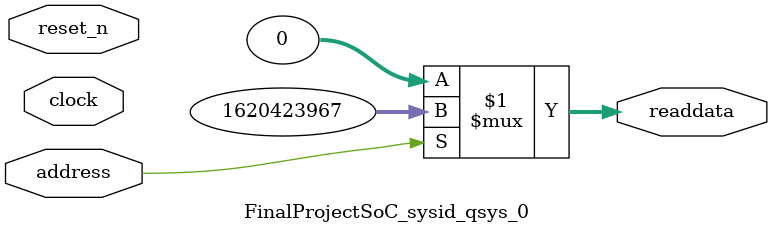
<source format=v>



// synthesis translate_off
`timescale 1ns / 1ps
// synthesis translate_on

// turn off superfluous verilog processor warnings 
// altera message_level Level1 
// altera message_off 10034 10035 10036 10037 10230 10240 10030 

module FinalProjectSoC_sysid_qsys_0 (
               // inputs:
                address,
                clock,
                reset_n,

               // outputs:
                readdata
             )
;

  output  [ 31: 0] readdata;
  input            address;
  input            clock;
  input            reset_n;

  wire    [ 31: 0] readdata;
  //control_slave, which is an e_avalon_slave
  assign readdata = address ? 1620423967 : 0;

endmodule



</source>
